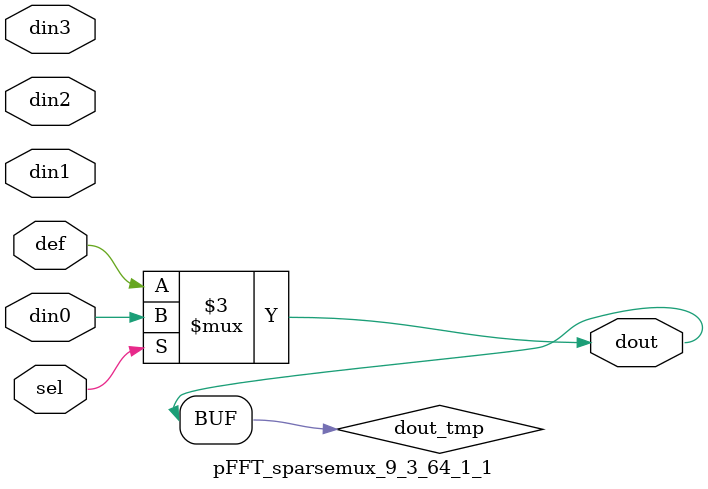
<source format=v>
`timescale 1ns / 1ps

module pFFT_sparsemux_9_3_64_1_1 (din0,din1,din2,din3,def,sel,dout);

parameter din0_WIDTH = 1;

parameter din1_WIDTH = 1;

parameter din2_WIDTH = 1;

parameter din3_WIDTH = 1;

parameter def_WIDTH = 1;
parameter sel_WIDTH = 1;
parameter dout_WIDTH = 1;

parameter [sel_WIDTH-1:0] CASE0 = 1;

parameter [sel_WIDTH-1:0] CASE1 = 1;

parameter [sel_WIDTH-1:0] CASE2 = 1;

parameter [sel_WIDTH-1:0] CASE3 = 1;

parameter ID = 1;
parameter NUM_STAGE = 1;



input [din0_WIDTH-1:0] din0;

input [din1_WIDTH-1:0] din1;

input [din2_WIDTH-1:0] din2;

input [din3_WIDTH-1:0] din3;

input [def_WIDTH-1:0] def;
input [sel_WIDTH-1:0] sel;

output [dout_WIDTH-1:0] dout;



reg [dout_WIDTH-1:0] dout_tmp;


always @ (*) begin
(* parallel_case *) case (sel)
    
    CASE0 : dout_tmp = din0;
    
    CASE1 : dout_tmp = din1;
    
    CASE2 : dout_tmp = din2;
    
    CASE3 : dout_tmp = din3;
    
    default : dout_tmp = def;
endcase
end


assign dout = dout_tmp;



endmodule

</source>
